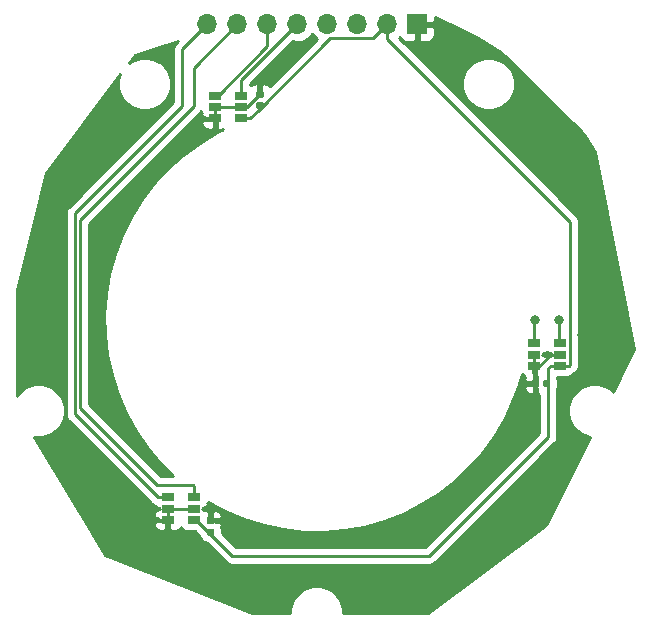
<source format=gbr>
G04 #@! TF.GenerationSoftware,KiCad,Pcbnew,5.0.2-bee76a0~70~ubuntu18.04.1*
G04 #@! TF.CreationDate,2019-08-19T12:56:06+02:00*
G04 #@! TF.ProjectId,roboy_3.0_40mm_ball_sensor,726f626f-795f-4332-9e30-5f34306d6d5f,rev?*
G04 #@! TF.SameCoordinates,Original*
G04 #@! TF.FileFunction,Copper,L1,Top*
G04 #@! TF.FilePolarity,Positive*
%FSLAX46Y46*%
G04 Gerber Fmt 4.6, Leading zero omitted, Abs format (unit mm)*
G04 Created by KiCad (PCBNEW 5.0.2-bee76a0~70~ubuntu18.04.1) date Mo 19 Aug 2019 12:56:06 CEST*
%MOMM*%
%LPD*%
G01*
G04 APERTURE LIST*
G04 #@! TA.AperFunction,SMDPad,CuDef*
%ADD10R,1.060000X0.650000*%
G04 #@! TD*
G04 #@! TA.AperFunction,ComponentPad*
%ADD11R,1.700000X1.700000*%
G04 #@! TD*
G04 #@! TA.AperFunction,ComponentPad*
%ADD12O,1.700000X1.700000*%
G04 #@! TD*
G04 #@! TA.AperFunction,Conductor*
%ADD13C,0.100000*%
G04 #@! TD*
G04 #@! TA.AperFunction,SMDPad,CuDef*
%ADD14C,0.590000*%
G04 #@! TD*
G04 #@! TA.AperFunction,ViaPad*
%ADD15C,0.800000*%
G04 #@! TD*
G04 #@! TA.AperFunction,Conductor*
%ADD16C,0.250000*%
G04 #@! TD*
G04 #@! TA.AperFunction,Conductor*
%ADD17C,0.254000*%
G04 #@! TD*
G04 APERTURE END LIST*
D10*
G04 #@! TO.P,U1,5*
G04 #@! TO.N,GND*
X181100000Y-102950000D03*
G04 #@! TO.P,U1,6*
G04 #@! TO.N,/SDA_0*
X181100000Y-102000000D03*
G04 #@! TO.P,U1,4*
G04 #@! TO.N,+3V3*
X181100000Y-103900000D03*
G04 #@! TO.P,U1,3*
G04 #@! TO.N,GND*
X178900000Y-103900000D03*
G04 #@! TO.P,U1,2*
X178900000Y-102950000D03*
G04 #@! TO.P,U1,1*
G04 #@! TO.N,/SCL_0*
X178900000Y-102000000D03*
G04 #@! TD*
G04 #@! TO.P,U2,1*
G04 #@! TO.N,/SCL_1*
X151900000Y-81050000D03*
G04 #@! TO.P,U2,2*
G04 #@! TO.N,GND*
X151900000Y-82000000D03*
G04 #@! TO.P,U2,3*
X151900000Y-82950000D03*
G04 #@! TO.P,U2,4*
G04 #@! TO.N,+3V3*
X154100000Y-82950000D03*
G04 #@! TO.P,U2,6*
G04 #@! TO.N,/SDA_1*
X154100000Y-81050000D03*
G04 #@! TO.P,U2,5*
G04 #@! TO.N,GND*
X154100000Y-82000000D03*
G04 #@! TD*
G04 #@! TO.P,U3,1*
G04 #@! TO.N,/SCL_2*
X147900000Y-115050000D03*
G04 #@! TO.P,U3,2*
G04 #@! TO.N,GND*
X147900000Y-116000000D03*
G04 #@! TO.P,U3,3*
X147900000Y-116950000D03*
G04 #@! TO.P,U3,4*
G04 #@! TO.N,+3V3*
X150100000Y-116950000D03*
G04 #@! TO.P,U3,6*
G04 #@! TO.N,/SDA_2*
X150100000Y-115050000D03*
G04 #@! TO.P,U3,5*
G04 #@! TO.N,GND*
X150100000Y-116000000D03*
G04 #@! TD*
D11*
G04 #@! TO.P,J1,1*
G04 #@! TO.N,GND*
X169000000Y-75000000D03*
D12*
G04 #@! TO.P,J1,2*
G04 #@! TO.N,+3V3*
X166460000Y-75000000D03*
G04 #@! TO.P,J1,3*
G04 #@! TO.N,/SDA_0*
X163920000Y-75000000D03*
G04 #@! TO.P,J1,4*
G04 #@! TO.N,/SCL_0*
X161380000Y-75000000D03*
G04 #@! TO.P,J1,5*
G04 #@! TO.N,/SDA_1*
X158840000Y-75000000D03*
G04 #@! TO.P,J1,6*
G04 #@! TO.N,/SCL_1*
X156300000Y-75000000D03*
G04 #@! TO.P,J1,7*
G04 #@! TO.N,/SDA_2*
X153760000Y-75000000D03*
G04 #@! TO.P,J1,8*
G04 #@! TO.N,/SCL_2*
X151220000Y-75000000D03*
G04 #@! TD*
D13*
G04 #@! TO.N,+3V3*
G04 #@! TO.C,C1*
G36*
X180146958Y-105080710D02*
X180161276Y-105082834D01*
X180175317Y-105086351D01*
X180188946Y-105091228D01*
X180202031Y-105097417D01*
X180214447Y-105104858D01*
X180226073Y-105113481D01*
X180236798Y-105123202D01*
X180246519Y-105133927D01*
X180255142Y-105145553D01*
X180262583Y-105157969D01*
X180268772Y-105171054D01*
X180273649Y-105184683D01*
X180277166Y-105198724D01*
X180279290Y-105213042D01*
X180280000Y-105227500D01*
X180280000Y-105572500D01*
X180279290Y-105586958D01*
X180277166Y-105601276D01*
X180273649Y-105615317D01*
X180268772Y-105628946D01*
X180262583Y-105642031D01*
X180255142Y-105654447D01*
X180246519Y-105666073D01*
X180236798Y-105676798D01*
X180226073Y-105686519D01*
X180214447Y-105695142D01*
X180202031Y-105702583D01*
X180188946Y-105708772D01*
X180175317Y-105713649D01*
X180161276Y-105717166D01*
X180146958Y-105719290D01*
X180132500Y-105720000D01*
X179837500Y-105720000D01*
X179823042Y-105719290D01*
X179808724Y-105717166D01*
X179794683Y-105713649D01*
X179781054Y-105708772D01*
X179767969Y-105702583D01*
X179755553Y-105695142D01*
X179743927Y-105686519D01*
X179733202Y-105676798D01*
X179723481Y-105666073D01*
X179714858Y-105654447D01*
X179707417Y-105642031D01*
X179701228Y-105628946D01*
X179696351Y-105615317D01*
X179692834Y-105601276D01*
X179690710Y-105586958D01*
X179690000Y-105572500D01*
X179690000Y-105227500D01*
X179690710Y-105213042D01*
X179692834Y-105198724D01*
X179696351Y-105184683D01*
X179701228Y-105171054D01*
X179707417Y-105157969D01*
X179714858Y-105145553D01*
X179723481Y-105133927D01*
X179733202Y-105123202D01*
X179743927Y-105113481D01*
X179755553Y-105104858D01*
X179767969Y-105097417D01*
X179781054Y-105091228D01*
X179794683Y-105086351D01*
X179808724Y-105082834D01*
X179823042Y-105080710D01*
X179837500Y-105080000D01*
X180132500Y-105080000D01*
X180146958Y-105080710D01*
X180146958Y-105080710D01*
G37*
D14*
G04 #@! TD*
G04 #@! TO.P,C1,1*
G04 #@! TO.N,+3V3*
X179985000Y-105400000D03*
D13*
G04 #@! TO.N,GND*
G04 #@! TO.C,C1*
G36*
X179176958Y-105080710D02*
X179191276Y-105082834D01*
X179205317Y-105086351D01*
X179218946Y-105091228D01*
X179232031Y-105097417D01*
X179244447Y-105104858D01*
X179256073Y-105113481D01*
X179266798Y-105123202D01*
X179276519Y-105133927D01*
X179285142Y-105145553D01*
X179292583Y-105157969D01*
X179298772Y-105171054D01*
X179303649Y-105184683D01*
X179307166Y-105198724D01*
X179309290Y-105213042D01*
X179310000Y-105227500D01*
X179310000Y-105572500D01*
X179309290Y-105586958D01*
X179307166Y-105601276D01*
X179303649Y-105615317D01*
X179298772Y-105628946D01*
X179292583Y-105642031D01*
X179285142Y-105654447D01*
X179276519Y-105666073D01*
X179266798Y-105676798D01*
X179256073Y-105686519D01*
X179244447Y-105695142D01*
X179232031Y-105702583D01*
X179218946Y-105708772D01*
X179205317Y-105713649D01*
X179191276Y-105717166D01*
X179176958Y-105719290D01*
X179162500Y-105720000D01*
X178867500Y-105720000D01*
X178853042Y-105719290D01*
X178838724Y-105717166D01*
X178824683Y-105713649D01*
X178811054Y-105708772D01*
X178797969Y-105702583D01*
X178785553Y-105695142D01*
X178773927Y-105686519D01*
X178763202Y-105676798D01*
X178753481Y-105666073D01*
X178744858Y-105654447D01*
X178737417Y-105642031D01*
X178731228Y-105628946D01*
X178726351Y-105615317D01*
X178722834Y-105601276D01*
X178720710Y-105586958D01*
X178720000Y-105572500D01*
X178720000Y-105227500D01*
X178720710Y-105213042D01*
X178722834Y-105198724D01*
X178726351Y-105184683D01*
X178731228Y-105171054D01*
X178737417Y-105157969D01*
X178744858Y-105145553D01*
X178753481Y-105133927D01*
X178763202Y-105123202D01*
X178773927Y-105113481D01*
X178785553Y-105104858D01*
X178797969Y-105097417D01*
X178811054Y-105091228D01*
X178824683Y-105086351D01*
X178838724Y-105082834D01*
X178853042Y-105080710D01*
X178867500Y-105080000D01*
X179162500Y-105080000D01*
X179176958Y-105080710D01*
X179176958Y-105080710D01*
G37*
D14*
G04 #@! TD*
G04 #@! TO.P,C1,2*
G04 #@! TO.N,GND*
X179015000Y-105400000D03*
D13*
G04 #@! TO.N,GND*
G04 #@! TO.C,C2*
G36*
X155886958Y-80620710D02*
X155901276Y-80622834D01*
X155915317Y-80626351D01*
X155928946Y-80631228D01*
X155942031Y-80637417D01*
X155954447Y-80644858D01*
X155966073Y-80653481D01*
X155976798Y-80663202D01*
X155986519Y-80673927D01*
X155995142Y-80685553D01*
X156002583Y-80697969D01*
X156008772Y-80711054D01*
X156013649Y-80724683D01*
X156017166Y-80738724D01*
X156019290Y-80753042D01*
X156020000Y-80767500D01*
X156020000Y-81062500D01*
X156019290Y-81076958D01*
X156017166Y-81091276D01*
X156013649Y-81105317D01*
X156008772Y-81118946D01*
X156002583Y-81132031D01*
X155995142Y-81144447D01*
X155986519Y-81156073D01*
X155976798Y-81166798D01*
X155966073Y-81176519D01*
X155954447Y-81185142D01*
X155942031Y-81192583D01*
X155928946Y-81198772D01*
X155915317Y-81203649D01*
X155901276Y-81207166D01*
X155886958Y-81209290D01*
X155872500Y-81210000D01*
X155527500Y-81210000D01*
X155513042Y-81209290D01*
X155498724Y-81207166D01*
X155484683Y-81203649D01*
X155471054Y-81198772D01*
X155457969Y-81192583D01*
X155445553Y-81185142D01*
X155433927Y-81176519D01*
X155423202Y-81166798D01*
X155413481Y-81156073D01*
X155404858Y-81144447D01*
X155397417Y-81132031D01*
X155391228Y-81118946D01*
X155386351Y-81105317D01*
X155382834Y-81091276D01*
X155380710Y-81076958D01*
X155380000Y-81062500D01*
X155380000Y-80767500D01*
X155380710Y-80753042D01*
X155382834Y-80738724D01*
X155386351Y-80724683D01*
X155391228Y-80711054D01*
X155397417Y-80697969D01*
X155404858Y-80685553D01*
X155413481Y-80673927D01*
X155423202Y-80663202D01*
X155433927Y-80653481D01*
X155445553Y-80644858D01*
X155457969Y-80637417D01*
X155471054Y-80631228D01*
X155484683Y-80626351D01*
X155498724Y-80622834D01*
X155513042Y-80620710D01*
X155527500Y-80620000D01*
X155872500Y-80620000D01*
X155886958Y-80620710D01*
X155886958Y-80620710D01*
G37*
D14*
G04 #@! TD*
G04 #@! TO.P,C2,2*
G04 #@! TO.N,GND*
X155700000Y-80915000D03*
D13*
G04 #@! TO.N,+3V3*
G04 #@! TO.C,C2*
G36*
X155886958Y-81590710D02*
X155901276Y-81592834D01*
X155915317Y-81596351D01*
X155928946Y-81601228D01*
X155942031Y-81607417D01*
X155954447Y-81614858D01*
X155966073Y-81623481D01*
X155976798Y-81633202D01*
X155986519Y-81643927D01*
X155995142Y-81655553D01*
X156002583Y-81667969D01*
X156008772Y-81681054D01*
X156013649Y-81694683D01*
X156017166Y-81708724D01*
X156019290Y-81723042D01*
X156020000Y-81737500D01*
X156020000Y-82032500D01*
X156019290Y-82046958D01*
X156017166Y-82061276D01*
X156013649Y-82075317D01*
X156008772Y-82088946D01*
X156002583Y-82102031D01*
X155995142Y-82114447D01*
X155986519Y-82126073D01*
X155976798Y-82136798D01*
X155966073Y-82146519D01*
X155954447Y-82155142D01*
X155942031Y-82162583D01*
X155928946Y-82168772D01*
X155915317Y-82173649D01*
X155901276Y-82177166D01*
X155886958Y-82179290D01*
X155872500Y-82180000D01*
X155527500Y-82180000D01*
X155513042Y-82179290D01*
X155498724Y-82177166D01*
X155484683Y-82173649D01*
X155471054Y-82168772D01*
X155457969Y-82162583D01*
X155445553Y-82155142D01*
X155433927Y-82146519D01*
X155423202Y-82136798D01*
X155413481Y-82126073D01*
X155404858Y-82114447D01*
X155397417Y-82102031D01*
X155391228Y-82088946D01*
X155386351Y-82075317D01*
X155382834Y-82061276D01*
X155380710Y-82046958D01*
X155380000Y-82032500D01*
X155380000Y-81737500D01*
X155380710Y-81723042D01*
X155382834Y-81708724D01*
X155386351Y-81694683D01*
X155391228Y-81681054D01*
X155397417Y-81667969D01*
X155404858Y-81655553D01*
X155413481Y-81643927D01*
X155423202Y-81633202D01*
X155433927Y-81623481D01*
X155445553Y-81614858D01*
X155457969Y-81607417D01*
X155471054Y-81601228D01*
X155484683Y-81596351D01*
X155498724Y-81592834D01*
X155513042Y-81590710D01*
X155527500Y-81590000D01*
X155872500Y-81590000D01*
X155886958Y-81590710D01*
X155886958Y-81590710D01*
G37*
D14*
G04 #@! TD*
G04 #@! TO.P,C2,1*
G04 #@! TO.N,+3V3*
X155700000Y-81885000D03*
D13*
G04 #@! TO.N,+3V3*
G04 #@! TO.C,C3*
G36*
X151686958Y-117690710D02*
X151701276Y-117692834D01*
X151715317Y-117696351D01*
X151728946Y-117701228D01*
X151742031Y-117707417D01*
X151754447Y-117714858D01*
X151766073Y-117723481D01*
X151776798Y-117733202D01*
X151786519Y-117743927D01*
X151795142Y-117755553D01*
X151802583Y-117767969D01*
X151808772Y-117781054D01*
X151813649Y-117794683D01*
X151817166Y-117808724D01*
X151819290Y-117823042D01*
X151820000Y-117837500D01*
X151820000Y-118132500D01*
X151819290Y-118146958D01*
X151817166Y-118161276D01*
X151813649Y-118175317D01*
X151808772Y-118188946D01*
X151802583Y-118202031D01*
X151795142Y-118214447D01*
X151786519Y-118226073D01*
X151776798Y-118236798D01*
X151766073Y-118246519D01*
X151754447Y-118255142D01*
X151742031Y-118262583D01*
X151728946Y-118268772D01*
X151715317Y-118273649D01*
X151701276Y-118277166D01*
X151686958Y-118279290D01*
X151672500Y-118280000D01*
X151327500Y-118280000D01*
X151313042Y-118279290D01*
X151298724Y-118277166D01*
X151284683Y-118273649D01*
X151271054Y-118268772D01*
X151257969Y-118262583D01*
X151245553Y-118255142D01*
X151233927Y-118246519D01*
X151223202Y-118236798D01*
X151213481Y-118226073D01*
X151204858Y-118214447D01*
X151197417Y-118202031D01*
X151191228Y-118188946D01*
X151186351Y-118175317D01*
X151182834Y-118161276D01*
X151180710Y-118146958D01*
X151180000Y-118132500D01*
X151180000Y-117837500D01*
X151180710Y-117823042D01*
X151182834Y-117808724D01*
X151186351Y-117794683D01*
X151191228Y-117781054D01*
X151197417Y-117767969D01*
X151204858Y-117755553D01*
X151213481Y-117743927D01*
X151223202Y-117733202D01*
X151233927Y-117723481D01*
X151245553Y-117714858D01*
X151257969Y-117707417D01*
X151271054Y-117701228D01*
X151284683Y-117696351D01*
X151298724Y-117692834D01*
X151313042Y-117690710D01*
X151327500Y-117690000D01*
X151672500Y-117690000D01*
X151686958Y-117690710D01*
X151686958Y-117690710D01*
G37*
D14*
G04 #@! TD*
G04 #@! TO.P,C3,1*
G04 #@! TO.N,+3V3*
X151500000Y-117985000D03*
D13*
G04 #@! TO.N,GND*
G04 #@! TO.C,C3*
G36*
X151686958Y-116720710D02*
X151701276Y-116722834D01*
X151715317Y-116726351D01*
X151728946Y-116731228D01*
X151742031Y-116737417D01*
X151754447Y-116744858D01*
X151766073Y-116753481D01*
X151776798Y-116763202D01*
X151786519Y-116773927D01*
X151795142Y-116785553D01*
X151802583Y-116797969D01*
X151808772Y-116811054D01*
X151813649Y-116824683D01*
X151817166Y-116838724D01*
X151819290Y-116853042D01*
X151820000Y-116867500D01*
X151820000Y-117162500D01*
X151819290Y-117176958D01*
X151817166Y-117191276D01*
X151813649Y-117205317D01*
X151808772Y-117218946D01*
X151802583Y-117232031D01*
X151795142Y-117244447D01*
X151786519Y-117256073D01*
X151776798Y-117266798D01*
X151766073Y-117276519D01*
X151754447Y-117285142D01*
X151742031Y-117292583D01*
X151728946Y-117298772D01*
X151715317Y-117303649D01*
X151701276Y-117307166D01*
X151686958Y-117309290D01*
X151672500Y-117310000D01*
X151327500Y-117310000D01*
X151313042Y-117309290D01*
X151298724Y-117307166D01*
X151284683Y-117303649D01*
X151271054Y-117298772D01*
X151257969Y-117292583D01*
X151245553Y-117285142D01*
X151233927Y-117276519D01*
X151223202Y-117266798D01*
X151213481Y-117256073D01*
X151204858Y-117244447D01*
X151197417Y-117232031D01*
X151191228Y-117218946D01*
X151186351Y-117205317D01*
X151182834Y-117191276D01*
X151180710Y-117176958D01*
X151180000Y-117162500D01*
X151180000Y-116867500D01*
X151180710Y-116853042D01*
X151182834Y-116838724D01*
X151186351Y-116824683D01*
X151191228Y-116811054D01*
X151197417Y-116797969D01*
X151204858Y-116785553D01*
X151213481Y-116773927D01*
X151223202Y-116763202D01*
X151233927Y-116753481D01*
X151245553Y-116744858D01*
X151257969Y-116737417D01*
X151271054Y-116731228D01*
X151284683Y-116726351D01*
X151298724Y-116722834D01*
X151313042Y-116720710D01*
X151327500Y-116720000D01*
X151672500Y-116720000D01*
X151686958Y-116720710D01*
X151686958Y-116720710D01*
G37*
D14*
G04 #@! TD*
G04 #@! TO.P,C3,2*
G04 #@! TO.N,GND*
X151500000Y-117015000D03*
D15*
G04 #@! TO.N,GND*
X183000000Y-101300000D03*
X178300000Y-107200000D03*
X148700000Y-86000000D03*
X142400000Y-85700000D03*
X143800000Y-116100000D03*
X153800000Y-117900000D03*
G04 #@! TO.N,/SCL_0*
X179000000Y-100000000D03*
G04 #@! TO.N,/SDA_0*
X181000000Y-100000000D03*
G04 #@! TD*
D16*
G04 #@! TO.N,GND*
X180320000Y-102950000D02*
X179270000Y-104000000D01*
X181100000Y-102950000D02*
X180320000Y-102950000D01*
X179000000Y-104000000D02*
X178900000Y-103900000D01*
X179270000Y-104000000D02*
X179000000Y-104000000D01*
X178900000Y-102950000D02*
X178900000Y-103900000D01*
X150100000Y-116000000D02*
X147900000Y-116000000D01*
X147900000Y-116000000D02*
X147900000Y-116950000D01*
X154100000Y-82000000D02*
X151900000Y-82000000D01*
X151900000Y-82000000D02*
X151900000Y-82950000D01*
X154590002Y-82000000D02*
X154100000Y-82000000D01*
X155340834Y-81249168D02*
X154590002Y-82000000D01*
X155365832Y-81249168D02*
X155340834Y-81249168D01*
X155700000Y-80915000D02*
X155365832Y-81249168D01*
G04 #@! TO.N,+3V3*
X165610001Y-75849999D02*
X166460000Y-75000000D01*
X161654999Y-76175001D02*
X165284999Y-76175001D01*
X165284999Y-76175001D02*
X165610001Y-75849999D01*
X154100000Y-82950000D02*
X154880000Y-82950000D01*
X181100000Y-103900000D02*
X180320000Y-103900000D01*
X150305000Y-116950000D02*
X153355000Y-120000000D01*
X150100000Y-116950000D02*
X150305000Y-116950000D01*
X153355000Y-120000000D02*
X170000000Y-120000000D01*
X170000000Y-120000000D02*
X180110000Y-109890000D01*
X180110000Y-109890000D02*
X180110000Y-104110000D01*
X180320000Y-103900000D02*
X180110000Y-104110000D01*
X155700000Y-82130000D02*
X155600000Y-82230000D01*
X154880000Y-82950000D02*
X155600000Y-82230000D01*
X155700000Y-81885000D02*
X155700000Y-82130000D01*
X155600000Y-82230000D02*
X161654999Y-76175001D01*
X181880000Y-103900000D02*
X181100000Y-103900000D01*
X181955001Y-103824999D02*
X181880000Y-103900000D01*
X181955001Y-91697082D02*
X181955001Y-103824999D01*
X166460000Y-76202081D02*
X181955001Y-91697082D01*
X166460000Y-75000000D02*
X166460000Y-76202081D01*
G04 #@! TO.N,/SCL_0*
X178900000Y-102000000D02*
X178900000Y-100100000D01*
X178900000Y-100100000D02*
X179000000Y-100000000D01*
G04 #@! TO.N,/SDA_0*
X181000000Y-101900000D02*
X181100000Y-102000000D01*
X181000000Y-100000000D02*
X181000000Y-101900000D01*
G04 #@! TO.N,/SCL_1*
X152105000Y-81050000D02*
X151900000Y-81050000D01*
X156300000Y-76855000D02*
X152105000Y-81050000D01*
X156300000Y-75000000D02*
X156300000Y-76855000D01*
G04 #@! TO.N,/SDA_1*
X154100000Y-79740000D02*
X154100000Y-81050000D01*
X158840000Y-75000000D02*
X154100000Y-79740000D01*
G04 #@! TO.N,/SCL_2*
X147050000Y-115050000D02*
X147900000Y-115050000D01*
X140000000Y-108000000D02*
X147050000Y-115050000D01*
X140000000Y-91000000D02*
X140000000Y-108000000D01*
X149110000Y-81890000D02*
X140000000Y-91000000D01*
X151220000Y-75000000D02*
X149110000Y-77110000D01*
X149110000Y-77110000D02*
X149110000Y-81890000D01*
G04 #@! TO.N,/SDA_2*
X150100000Y-78660000D02*
X153760000Y-75000000D01*
X150100000Y-81900000D02*
X150100000Y-78660000D01*
X150100000Y-115050000D02*
X150100000Y-114100000D01*
X150000000Y-114000000D02*
X147000000Y-114000000D01*
X140450010Y-107450010D02*
X140450010Y-91549990D01*
X150100000Y-114100000D02*
X150000000Y-114000000D01*
X147000000Y-114000000D02*
X140450010Y-107450010D01*
X140450010Y-91549990D02*
X150100000Y-81900000D01*
G04 #@! TD*
D17*
G04 #@! TO.N,GND*
G36*
X172334750Y-75187931D02*
X174161814Y-76145128D01*
X175911966Y-77236621D01*
X176455691Y-77635297D01*
X182875512Y-84055118D01*
X183182370Y-84469057D01*
X184034360Y-85819379D01*
X187366920Y-102482179D01*
X185567123Y-106081773D01*
X185465755Y-105980405D01*
X185099695Y-105735812D01*
X184692951Y-105567333D01*
X184261154Y-105481443D01*
X183820898Y-105481443D01*
X183389101Y-105567333D01*
X182982357Y-105735812D01*
X182616297Y-105980405D01*
X182304988Y-106291714D01*
X182060395Y-106657774D01*
X181891916Y-107064518D01*
X181806026Y-107496315D01*
X181806026Y-107936571D01*
X181891916Y-108368368D01*
X182060395Y-108775112D01*
X182304988Y-109141172D01*
X182616297Y-109452481D01*
X182982357Y-109697074D01*
X183389101Y-109865553D01*
X183649350Y-109917320D01*
X179899816Y-117416388D01*
X169957667Y-124873000D01*
X162735000Y-124873000D01*
X162735000Y-124599872D01*
X162649110Y-124168075D01*
X162480631Y-123761331D01*
X162236038Y-123395271D01*
X161924729Y-123083962D01*
X161558669Y-122839369D01*
X161151925Y-122670890D01*
X160720128Y-122585000D01*
X160279872Y-122585000D01*
X159848075Y-122670890D01*
X159441331Y-122839369D01*
X159075271Y-123083962D01*
X158763962Y-123395271D01*
X158519369Y-123761331D01*
X158350890Y-124168075D01*
X158265000Y-124599872D01*
X158265000Y-124873000D01*
X155024459Y-124873000D01*
X142586890Y-119897972D01*
X140989557Y-117235750D01*
X146735000Y-117235750D01*
X146735000Y-117337542D01*
X146759403Y-117460223D01*
X146807270Y-117575785D01*
X146876763Y-117679789D01*
X146965211Y-117768237D01*
X147069215Y-117837730D01*
X147184777Y-117885597D01*
X147307458Y-117910000D01*
X147614250Y-117910000D01*
X147773000Y-117751250D01*
X147773000Y-117077000D01*
X146893750Y-117077000D01*
X146735000Y-117235750D01*
X140989557Y-117235750D01*
X136602727Y-109924367D01*
X136738846Y-109951443D01*
X137179102Y-109951443D01*
X137610899Y-109865553D01*
X138017643Y-109697074D01*
X138383703Y-109452481D01*
X138695012Y-109141172D01*
X138939605Y-108775112D01*
X139108084Y-108368368D01*
X139193974Y-107936571D01*
X139193974Y-107496315D01*
X139108084Y-107064518D01*
X138939605Y-106657774D01*
X138695012Y-106291714D01*
X138383703Y-105980405D01*
X138017643Y-105735812D01*
X137610899Y-105567333D01*
X137179102Y-105481443D01*
X136738846Y-105481443D01*
X136307049Y-105567333D01*
X135900305Y-105735812D01*
X135534245Y-105980405D01*
X135222936Y-106291714D01*
X135127000Y-106435293D01*
X135127000Y-97515634D01*
X137616988Y-87555683D01*
X143876702Y-79209398D01*
X143801736Y-79390382D01*
X143715846Y-79822179D01*
X143715846Y-80262435D01*
X143801736Y-80694232D01*
X143970215Y-81100976D01*
X144214808Y-81467036D01*
X144526117Y-81778345D01*
X144892177Y-82022938D01*
X145298921Y-82191417D01*
X145730718Y-82277307D01*
X146170974Y-82277307D01*
X146602771Y-82191417D01*
X147009515Y-82022938D01*
X147375575Y-81778345D01*
X147686884Y-81467036D01*
X147931477Y-81100976D01*
X148099956Y-80694232D01*
X148185846Y-80262435D01*
X148185846Y-79822179D01*
X148099956Y-79390382D01*
X147931477Y-78983638D01*
X147686884Y-78617578D01*
X147375575Y-78306269D01*
X147009515Y-78061676D01*
X146602771Y-77893197D01*
X146170974Y-77807307D01*
X145730718Y-77807307D01*
X145298921Y-77893197D01*
X144892177Y-78061676D01*
X144582107Y-78268858D01*
X145077797Y-77607938D01*
X148766993Y-76378206D01*
X148599003Y-76546196D01*
X148569999Y-76569999D01*
X148523748Y-76626357D01*
X148475026Y-76685724D01*
X148446656Y-76738800D01*
X148404454Y-76817754D01*
X148360997Y-76961015D01*
X148350000Y-77072668D01*
X148350000Y-77072678D01*
X148346324Y-77110000D01*
X148350000Y-77147323D01*
X148350001Y-81575197D01*
X139489003Y-90436196D01*
X139459999Y-90459999D01*
X139404871Y-90527174D01*
X139365026Y-90575724D01*
X139294455Y-90707753D01*
X139294454Y-90707754D01*
X139250997Y-90851015D01*
X139240000Y-90962668D01*
X139240000Y-90962678D01*
X139236324Y-91000000D01*
X139240000Y-91037322D01*
X139240001Y-107962667D01*
X139236324Y-108000000D01*
X139250998Y-108148985D01*
X139294454Y-108292246D01*
X139365026Y-108424276D01*
X139436201Y-108511002D01*
X139460000Y-108540001D01*
X139488998Y-108563799D01*
X146486201Y-115561003D01*
X146509999Y-115590001D01*
X146538997Y-115613799D01*
X146625724Y-115684974D01*
X146757753Y-115755546D01*
X146784370Y-115763620D01*
X146893750Y-115873000D01*
X146975859Y-115873000D01*
X147015506Y-115905537D01*
X147125820Y-115964502D01*
X147245518Y-116000812D01*
X147250591Y-116001312D01*
X147184777Y-116014403D01*
X147069215Y-116062270D01*
X146972339Y-116127000D01*
X146893750Y-116127000D01*
X146735000Y-116285750D01*
X146735000Y-116387542D01*
X146752397Y-116475000D01*
X146735000Y-116562458D01*
X146735000Y-116664250D01*
X146893750Y-116823000D01*
X146972339Y-116823000D01*
X147069215Y-116887730D01*
X147184777Y-116935597D01*
X147307458Y-116960000D01*
X147614250Y-116960000D01*
X147751250Y-116823000D01*
X147773000Y-116823000D01*
X147773000Y-116803000D01*
X148027000Y-116803000D01*
X148027000Y-116823000D01*
X148047000Y-116823000D01*
X148047000Y-117077000D01*
X148027000Y-117077000D01*
X148027000Y-117751250D01*
X148185750Y-117910000D01*
X148492542Y-117910000D01*
X148615223Y-117885597D01*
X148730785Y-117837730D01*
X148834789Y-117768237D01*
X148923237Y-117679789D01*
X148992730Y-117575785D01*
X149000599Y-117556786D01*
X149039463Y-117629494D01*
X149118815Y-117726185D01*
X149215506Y-117805537D01*
X149325820Y-117864502D01*
X149445518Y-117900812D01*
X149570000Y-117913072D01*
X150193271Y-117913072D01*
X150556047Y-118275848D01*
X150557023Y-118285757D01*
X150601726Y-118433125D01*
X150674321Y-118568940D01*
X150772017Y-118687983D01*
X150891060Y-118785679D01*
X151026875Y-118858274D01*
X151174243Y-118902977D01*
X151184151Y-118903953D01*
X152791201Y-120511003D01*
X152814999Y-120540001D01*
X152930724Y-120634974D01*
X153062753Y-120705546D01*
X153206014Y-120749003D01*
X153317667Y-120760000D01*
X153317676Y-120760000D01*
X153354999Y-120763676D01*
X153392322Y-120760000D01*
X169962678Y-120760000D01*
X170000000Y-120763676D01*
X170037322Y-120760000D01*
X170037333Y-120760000D01*
X170148986Y-120749003D01*
X170292247Y-120705546D01*
X170424276Y-120634974D01*
X170540001Y-120540001D01*
X170563804Y-120510997D01*
X180621004Y-110453798D01*
X180650001Y-110430001D01*
X180676332Y-110397917D01*
X180744974Y-110314277D01*
X180815546Y-110182247D01*
X180815546Y-110182246D01*
X180859003Y-110038986D01*
X180870000Y-109927333D01*
X180870000Y-109927324D01*
X180873676Y-109890001D01*
X180870000Y-109852678D01*
X180870000Y-105834469D01*
X180902977Y-105725757D01*
X180918072Y-105572500D01*
X180918072Y-105227500D01*
X180902977Y-105074243D01*
X180870000Y-104965531D01*
X180870000Y-104863072D01*
X181630000Y-104863072D01*
X181754482Y-104850812D01*
X181874180Y-104814502D01*
X181984494Y-104755537D01*
X182081185Y-104676185D01*
X182128189Y-104618911D01*
X182172247Y-104605546D01*
X182304276Y-104534974D01*
X182420001Y-104440001D01*
X182443802Y-104411000D01*
X182466002Y-104388800D01*
X182495002Y-104365000D01*
X182589975Y-104249275D01*
X182660547Y-104117246D01*
X182704004Y-103973985D01*
X182715001Y-103862332D01*
X182715001Y-103862322D01*
X182718677Y-103825000D01*
X182715001Y-103787677D01*
X182715001Y-91734415D01*
X182718678Y-91697082D01*
X182704004Y-91548096D01*
X182660547Y-91404835D01*
X182589975Y-91272806D01*
X182518800Y-91186079D01*
X182495002Y-91157081D01*
X182466005Y-91133284D01*
X171154900Y-79822179D01*
X172814154Y-79822179D01*
X172814154Y-80262435D01*
X172900044Y-80694232D01*
X173068523Y-81100976D01*
X173313116Y-81467036D01*
X173624425Y-81778345D01*
X173990485Y-82022938D01*
X174397229Y-82191417D01*
X174829026Y-82277307D01*
X175269282Y-82277307D01*
X175701079Y-82191417D01*
X176107823Y-82022938D01*
X176473883Y-81778345D01*
X176785192Y-81467036D01*
X177029785Y-81100976D01*
X177198264Y-80694232D01*
X177284154Y-80262435D01*
X177284154Y-79822179D01*
X177198264Y-79390382D01*
X177029785Y-78983638D01*
X176785192Y-78617578D01*
X176473883Y-78306269D01*
X176107823Y-78061676D01*
X175701079Y-77893197D01*
X175269282Y-77807307D01*
X174829026Y-77807307D01*
X174397229Y-77893197D01*
X173990485Y-78061676D01*
X173624425Y-78306269D01*
X173313116Y-78617578D01*
X173068523Y-78983638D01*
X172900044Y-79390382D01*
X172814154Y-79822179D01*
X171154900Y-79822179D01*
X167445226Y-76112506D01*
X167515134Y-76055134D01*
X167537856Y-76027447D01*
X167539403Y-76035223D01*
X167587270Y-76150785D01*
X167656763Y-76254789D01*
X167745211Y-76343237D01*
X167849215Y-76412730D01*
X167964777Y-76460597D01*
X168087458Y-76485000D01*
X168714250Y-76485000D01*
X168873000Y-76326250D01*
X168873000Y-75127000D01*
X169127000Y-75127000D01*
X169127000Y-76326250D01*
X169285750Y-76485000D01*
X169912542Y-76485000D01*
X170035223Y-76460597D01*
X170150785Y-76412730D01*
X170254789Y-76343237D01*
X170343237Y-76254789D01*
X170412730Y-76150785D01*
X170460597Y-76035223D01*
X170485000Y-75912542D01*
X170485000Y-75285750D01*
X170326250Y-75127000D01*
X169127000Y-75127000D01*
X168873000Y-75127000D01*
X168853000Y-75127000D01*
X168853000Y-74873000D01*
X168873000Y-74873000D01*
X168873000Y-74853000D01*
X169127000Y-74853000D01*
X169127000Y-74873000D01*
X170326250Y-74873000D01*
X170485000Y-74714250D01*
X170485000Y-74389388D01*
X172334750Y-75187931D01*
X172334750Y-75187931D01*
G37*
X172334750Y-75187931D02*
X174161814Y-76145128D01*
X175911966Y-77236621D01*
X176455691Y-77635297D01*
X182875512Y-84055118D01*
X183182370Y-84469057D01*
X184034360Y-85819379D01*
X187366920Y-102482179D01*
X185567123Y-106081773D01*
X185465755Y-105980405D01*
X185099695Y-105735812D01*
X184692951Y-105567333D01*
X184261154Y-105481443D01*
X183820898Y-105481443D01*
X183389101Y-105567333D01*
X182982357Y-105735812D01*
X182616297Y-105980405D01*
X182304988Y-106291714D01*
X182060395Y-106657774D01*
X181891916Y-107064518D01*
X181806026Y-107496315D01*
X181806026Y-107936571D01*
X181891916Y-108368368D01*
X182060395Y-108775112D01*
X182304988Y-109141172D01*
X182616297Y-109452481D01*
X182982357Y-109697074D01*
X183389101Y-109865553D01*
X183649350Y-109917320D01*
X179899816Y-117416388D01*
X169957667Y-124873000D01*
X162735000Y-124873000D01*
X162735000Y-124599872D01*
X162649110Y-124168075D01*
X162480631Y-123761331D01*
X162236038Y-123395271D01*
X161924729Y-123083962D01*
X161558669Y-122839369D01*
X161151925Y-122670890D01*
X160720128Y-122585000D01*
X160279872Y-122585000D01*
X159848075Y-122670890D01*
X159441331Y-122839369D01*
X159075271Y-123083962D01*
X158763962Y-123395271D01*
X158519369Y-123761331D01*
X158350890Y-124168075D01*
X158265000Y-124599872D01*
X158265000Y-124873000D01*
X155024459Y-124873000D01*
X142586890Y-119897972D01*
X140989557Y-117235750D01*
X146735000Y-117235750D01*
X146735000Y-117337542D01*
X146759403Y-117460223D01*
X146807270Y-117575785D01*
X146876763Y-117679789D01*
X146965211Y-117768237D01*
X147069215Y-117837730D01*
X147184777Y-117885597D01*
X147307458Y-117910000D01*
X147614250Y-117910000D01*
X147773000Y-117751250D01*
X147773000Y-117077000D01*
X146893750Y-117077000D01*
X146735000Y-117235750D01*
X140989557Y-117235750D01*
X136602727Y-109924367D01*
X136738846Y-109951443D01*
X137179102Y-109951443D01*
X137610899Y-109865553D01*
X138017643Y-109697074D01*
X138383703Y-109452481D01*
X138695012Y-109141172D01*
X138939605Y-108775112D01*
X139108084Y-108368368D01*
X139193974Y-107936571D01*
X139193974Y-107496315D01*
X139108084Y-107064518D01*
X138939605Y-106657774D01*
X138695012Y-106291714D01*
X138383703Y-105980405D01*
X138017643Y-105735812D01*
X137610899Y-105567333D01*
X137179102Y-105481443D01*
X136738846Y-105481443D01*
X136307049Y-105567333D01*
X135900305Y-105735812D01*
X135534245Y-105980405D01*
X135222936Y-106291714D01*
X135127000Y-106435293D01*
X135127000Y-97515634D01*
X137616988Y-87555683D01*
X143876702Y-79209398D01*
X143801736Y-79390382D01*
X143715846Y-79822179D01*
X143715846Y-80262435D01*
X143801736Y-80694232D01*
X143970215Y-81100976D01*
X144214808Y-81467036D01*
X144526117Y-81778345D01*
X144892177Y-82022938D01*
X145298921Y-82191417D01*
X145730718Y-82277307D01*
X146170974Y-82277307D01*
X146602771Y-82191417D01*
X147009515Y-82022938D01*
X147375575Y-81778345D01*
X147686884Y-81467036D01*
X147931477Y-81100976D01*
X148099956Y-80694232D01*
X148185846Y-80262435D01*
X148185846Y-79822179D01*
X148099956Y-79390382D01*
X147931477Y-78983638D01*
X147686884Y-78617578D01*
X147375575Y-78306269D01*
X147009515Y-78061676D01*
X146602771Y-77893197D01*
X146170974Y-77807307D01*
X145730718Y-77807307D01*
X145298921Y-77893197D01*
X144892177Y-78061676D01*
X144582107Y-78268858D01*
X145077797Y-77607938D01*
X148766993Y-76378206D01*
X148599003Y-76546196D01*
X148569999Y-76569999D01*
X148523748Y-76626357D01*
X148475026Y-76685724D01*
X148446656Y-76738800D01*
X148404454Y-76817754D01*
X148360997Y-76961015D01*
X148350000Y-77072668D01*
X148350000Y-77072678D01*
X148346324Y-77110000D01*
X148350000Y-77147323D01*
X148350001Y-81575197D01*
X139489003Y-90436196D01*
X139459999Y-90459999D01*
X139404871Y-90527174D01*
X139365026Y-90575724D01*
X139294455Y-90707753D01*
X139294454Y-90707754D01*
X139250997Y-90851015D01*
X139240000Y-90962668D01*
X139240000Y-90962678D01*
X139236324Y-91000000D01*
X139240000Y-91037322D01*
X139240001Y-107962667D01*
X139236324Y-108000000D01*
X139250998Y-108148985D01*
X139294454Y-108292246D01*
X139365026Y-108424276D01*
X139436201Y-108511002D01*
X139460000Y-108540001D01*
X139488998Y-108563799D01*
X146486201Y-115561003D01*
X146509999Y-115590001D01*
X146538997Y-115613799D01*
X146625724Y-115684974D01*
X146757753Y-115755546D01*
X146784370Y-115763620D01*
X146893750Y-115873000D01*
X146975859Y-115873000D01*
X147015506Y-115905537D01*
X147125820Y-115964502D01*
X147245518Y-116000812D01*
X147250591Y-116001312D01*
X147184777Y-116014403D01*
X147069215Y-116062270D01*
X146972339Y-116127000D01*
X146893750Y-116127000D01*
X146735000Y-116285750D01*
X146735000Y-116387542D01*
X146752397Y-116475000D01*
X146735000Y-116562458D01*
X146735000Y-116664250D01*
X146893750Y-116823000D01*
X146972339Y-116823000D01*
X147069215Y-116887730D01*
X147184777Y-116935597D01*
X147307458Y-116960000D01*
X147614250Y-116960000D01*
X147751250Y-116823000D01*
X147773000Y-116823000D01*
X147773000Y-116803000D01*
X148027000Y-116803000D01*
X148027000Y-116823000D01*
X148047000Y-116823000D01*
X148047000Y-117077000D01*
X148027000Y-117077000D01*
X148027000Y-117751250D01*
X148185750Y-117910000D01*
X148492542Y-117910000D01*
X148615223Y-117885597D01*
X148730785Y-117837730D01*
X148834789Y-117768237D01*
X148923237Y-117679789D01*
X148992730Y-117575785D01*
X149000599Y-117556786D01*
X149039463Y-117629494D01*
X149118815Y-117726185D01*
X149215506Y-117805537D01*
X149325820Y-117864502D01*
X149445518Y-117900812D01*
X149570000Y-117913072D01*
X150193271Y-117913072D01*
X150556047Y-118275848D01*
X150557023Y-118285757D01*
X150601726Y-118433125D01*
X150674321Y-118568940D01*
X150772017Y-118687983D01*
X150891060Y-118785679D01*
X151026875Y-118858274D01*
X151174243Y-118902977D01*
X151184151Y-118903953D01*
X152791201Y-120511003D01*
X152814999Y-120540001D01*
X152930724Y-120634974D01*
X153062753Y-120705546D01*
X153206014Y-120749003D01*
X153317667Y-120760000D01*
X153317676Y-120760000D01*
X153354999Y-120763676D01*
X153392322Y-120760000D01*
X169962678Y-120760000D01*
X170000000Y-120763676D01*
X170037322Y-120760000D01*
X170037333Y-120760000D01*
X170148986Y-120749003D01*
X170292247Y-120705546D01*
X170424276Y-120634974D01*
X170540001Y-120540001D01*
X170563804Y-120510997D01*
X180621004Y-110453798D01*
X180650001Y-110430001D01*
X180676332Y-110397917D01*
X180744974Y-110314277D01*
X180815546Y-110182247D01*
X180815546Y-110182246D01*
X180859003Y-110038986D01*
X180870000Y-109927333D01*
X180870000Y-109927324D01*
X180873676Y-109890001D01*
X180870000Y-109852678D01*
X180870000Y-105834469D01*
X180902977Y-105725757D01*
X180918072Y-105572500D01*
X180918072Y-105227500D01*
X180902977Y-105074243D01*
X180870000Y-104965531D01*
X180870000Y-104863072D01*
X181630000Y-104863072D01*
X181754482Y-104850812D01*
X181874180Y-104814502D01*
X181984494Y-104755537D01*
X182081185Y-104676185D01*
X182128189Y-104618911D01*
X182172247Y-104605546D01*
X182304276Y-104534974D01*
X182420001Y-104440001D01*
X182443802Y-104411000D01*
X182466002Y-104388800D01*
X182495002Y-104365000D01*
X182589975Y-104249275D01*
X182660547Y-104117246D01*
X182704004Y-103973985D01*
X182715001Y-103862332D01*
X182715001Y-103862322D01*
X182718677Y-103825000D01*
X182715001Y-103787677D01*
X182715001Y-91734415D01*
X182718678Y-91697082D01*
X182704004Y-91548096D01*
X182660547Y-91404835D01*
X182589975Y-91272806D01*
X182518800Y-91186079D01*
X182495002Y-91157081D01*
X182466005Y-91133284D01*
X171154900Y-79822179D01*
X172814154Y-79822179D01*
X172814154Y-80262435D01*
X172900044Y-80694232D01*
X173068523Y-81100976D01*
X173313116Y-81467036D01*
X173624425Y-81778345D01*
X173990485Y-82022938D01*
X174397229Y-82191417D01*
X174829026Y-82277307D01*
X175269282Y-82277307D01*
X175701079Y-82191417D01*
X176107823Y-82022938D01*
X176473883Y-81778345D01*
X176785192Y-81467036D01*
X177029785Y-81100976D01*
X177198264Y-80694232D01*
X177284154Y-80262435D01*
X177284154Y-79822179D01*
X177198264Y-79390382D01*
X177029785Y-78983638D01*
X176785192Y-78617578D01*
X176473883Y-78306269D01*
X176107823Y-78061676D01*
X175701079Y-77893197D01*
X175269282Y-77807307D01*
X174829026Y-77807307D01*
X174397229Y-77893197D01*
X173990485Y-78061676D01*
X173624425Y-78306269D01*
X173313116Y-78617578D01*
X173068523Y-78983638D01*
X172900044Y-79390382D01*
X172814154Y-79822179D01*
X171154900Y-79822179D01*
X167445226Y-76112506D01*
X167515134Y-76055134D01*
X167537856Y-76027447D01*
X167539403Y-76035223D01*
X167587270Y-76150785D01*
X167656763Y-76254789D01*
X167745211Y-76343237D01*
X167849215Y-76412730D01*
X167964777Y-76460597D01*
X168087458Y-76485000D01*
X168714250Y-76485000D01*
X168873000Y-76326250D01*
X168873000Y-75127000D01*
X169127000Y-75127000D01*
X169127000Y-76326250D01*
X169285750Y-76485000D01*
X169912542Y-76485000D01*
X170035223Y-76460597D01*
X170150785Y-76412730D01*
X170254789Y-76343237D01*
X170343237Y-76254789D01*
X170412730Y-76150785D01*
X170460597Y-76035223D01*
X170485000Y-75912542D01*
X170485000Y-75285750D01*
X170326250Y-75127000D01*
X169127000Y-75127000D01*
X168873000Y-75127000D01*
X168853000Y-75127000D01*
X168853000Y-74873000D01*
X168873000Y-74873000D01*
X168873000Y-74853000D01*
X169127000Y-74853000D01*
X169127000Y-74873000D01*
X170326250Y-74873000D01*
X170485000Y-74714250D01*
X170485000Y-74389388D01*
X172334750Y-75187931D01*
G36*
X179027000Y-103773000D02*
X179047000Y-103773000D01*
X179047000Y-104027000D01*
X179027000Y-104027000D01*
X179027000Y-104701250D01*
X179142000Y-104816250D01*
X179142000Y-104870237D01*
X179111726Y-104926875D01*
X179067023Y-105074243D01*
X179051928Y-105227500D01*
X179051928Y-105572500D01*
X179067023Y-105725757D01*
X179111726Y-105873125D01*
X179142000Y-105929763D01*
X179142000Y-106196250D01*
X179300750Y-106355000D01*
X179350001Y-106355000D01*
X179350000Y-109575198D01*
X169685199Y-119240000D01*
X153669802Y-119240000D01*
X152458072Y-118028270D01*
X152458072Y-117837500D01*
X152442977Y-117684243D01*
X152404645Y-117557877D01*
X152430597Y-117495223D01*
X152455000Y-117372542D01*
X152455000Y-117300750D01*
X152296250Y-117142000D01*
X152029763Y-117142000D01*
X151973125Y-117111726D01*
X151825757Y-117067023D01*
X151672500Y-117051928D01*
X151481729Y-117051928D01*
X151353000Y-116923199D01*
X151353000Y-116888000D01*
X151373000Y-116888000D01*
X151373000Y-116243750D01*
X151627000Y-116243750D01*
X151627000Y-116888000D01*
X152296250Y-116888000D01*
X152455000Y-116729250D01*
X152455000Y-116657458D01*
X152430597Y-116534777D01*
X152382730Y-116419215D01*
X152313237Y-116315211D01*
X152224789Y-116226763D01*
X152120785Y-116157270D01*
X152005223Y-116109403D01*
X151882542Y-116085000D01*
X151785750Y-116085000D01*
X151627000Y-116243750D01*
X151373000Y-116243750D01*
X151214250Y-116085000D01*
X151117458Y-116085000D01*
X151001153Y-116108135D01*
X150984494Y-116094463D01*
X150874180Y-116035498D01*
X150757159Y-116000000D01*
X150874180Y-115964502D01*
X150984494Y-115905537D01*
X151024141Y-115873000D01*
X151106250Y-115873000D01*
X151265000Y-115714250D01*
X151265000Y-115612458D01*
X151247789Y-115525931D01*
X151255812Y-115499482D01*
X151264062Y-115415717D01*
X152762936Y-116221091D01*
X154353279Y-116887977D01*
X156000218Y-117399365D01*
X157688590Y-117750547D01*
X159402847Y-117938289D01*
X161127207Y-117960862D01*
X162845792Y-117818059D01*
X164542778Y-117511194D01*
X166202539Y-117043093D01*
X167809794Y-116418065D01*
X169349743Y-115641867D01*
X170808207Y-114721645D01*
X172171757Y-113665872D01*
X173427838Y-112484268D01*
X174564885Y-111187715D01*
X175572428Y-109788149D01*
X176441190Y-108298458D01*
X177163172Y-106732359D01*
X177528664Y-105685750D01*
X178085000Y-105685750D01*
X178085000Y-105782542D01*
X178109403Y-105905223D01*
X178157270Y-106020785D01*
X178226763Y-106124789D01*
X178315211Y-106213237D01*
X178419215Y-106282730D01*
X178534777Y-106330597D01*
X178657458Y-106355000D01*
X178729250Y-106355000D01*
X178888000Y-106196250D01*
X178888000Y-105527000D01*
X178243750Y-105527000D01*
X178085000Y-105685750D01*
X177528664Y-105685750D01*
X177731726Y-105104270D01*
X177855586Y-104598095D01*
X177876763Y-104629789D01*
X177965211Y-104718237D01*
X178069215Y-104787730D01*
X178141364Y-104817615D01*
X178109403Y-104894777D01*
X178085000Y-105017458D01*
X178085000Y-105114250D01*
X178243750Y-105273000D01*
X178888000Y-105273000D01*
X178888000Y-104603750D01*
X178773000Y-104488750D01*
X178773000Y-104027000D01*
X178753000Y-104027000D01*
X178753000Y-103773000D01*
X178773000Y-103773000D01*
X178773000Y-103753000D01*
X179027000Y-103753000D01*
X179027000Y-103773000D01*
X179027000Y-103773000D01*
G37*
X179027000Y-103773000D02*
X179047000Y-103773000D01*
X179047000Y-104027000D01*
X179027000Y-104027000D01*
X179027000Y-104701250D01*
X179142000Y-104816250D01*
X179142000Y-104870237D01*
X179111726Y-104926875D01*
X179067023Y-105074243D01*
X179051928Y-105227500D01*
X179051928Y-105572500D01*
X179067023Y-105725757D01*
X179111726Y-105873125D01*
X179142000Y-105929763D01*
X179142000Y-106196250D01*
X179300750Y-106355000D01*
X179350001Y-106355000D01*
X179350000Y-109575198D01*
X169685199Y-119240000D01*
X153669802Y-119240000D01*
X152458072Y-118028270D01*
X152458072Y-117837500D01*
X152442977Y-117684243D01*
X152404645Y-117557877D01*
X152430597Y-117495223D01*
X152455000Y-117372542D01*
X152455000Y-117300750D01*
X152296250Y-117142000D01*
X152029763Y-117142000D01*
X151973125Y-117111726D01*
X151825757Y-117067023D01*
X151672500Y-117051928D01*
X151481729Y-117051928D01*
X151353000Y-116923199D01*
X151353000Y-116888000D01*
X151373000Y-116888000D01*
X151373000Y-116243750D01*
X151627000Y-116243750D01*
X151627000Y-116888000D01*
X152296250Y-116888000D01*
X152455000Y-116729250D01*
X152455000Y-116657458D01*
X152430597Y-116534777D01*
X152382730Y-116419215D01*
X152313237Y-116315211D01*
X152224789Y-116226763D01*
X152120785Y-116157270D01*
X152005223Y-116109403D01*
X151882542Y-116085000D01*
X151785750Y-116085000D01*
X151627000Y-116243750D01*
X151373000Y-116243750D01*
X151214250Y-116085000D01*
X151117458Y-116085000D01*
X151001153Y-116108135D01*
X150984494Y-116094463D01*
X150874180Y-116035498D01*
X150757159Y-116000000D01*
X150874180Y-115964502D01*
X150984494Y-115905537D01*
X151024141Y-115873000D01*
X151106250Y-115873000D01*
X151265000Y-115714250D01*
X151265000Y-115612458D01*
X151247789Y-115525931D01*
X151255812Y-115499482D01*
X151264062Y-115415717D01*
X152762936Y-116221091D01*
X154353279Y-116887977D01*
X156000218Y-117399365D01*
X157688590Y-117750547D01*
X159402847Y-117938289D01*
X161127207Y-117960862D01*
X162845792Y-117818059D01*
X164542778Y-117511194D01*
X166202539Y-117043093D01*
X167809794Y-116418065D01*
X169349743Y-115641867D01*
X170808207Y-114721645D01*
X172171757Y-113665872D01*
X173427838Y-112484268D01*
X174564885Y-111187715D01*
X175572428Y-109788149D01*
X176441190Y-108298458D01*
X177163172Y-106732359D01*
X177528664Y-105685750D01*
X178085000Y-105685750D01*
X178085000Y-105782542D01*
X178109403Y-105905223D01*
X178157270Y-106020785D01*
X178226763Y-106124789D01*
X178315211Y-106213237D01*
X178419215Y-106282730D01*
X178534777Y-106330597D01*
X178657458Y-106355000D01*
X178729250Y-106355000D01*
X178888000Y-106196250D01*
X178888000Y-105527000D01*
X178243750Y-105527000D01*
X178085000Y-105685750D01*
X177528664Y-105685750D01*
X177731726Y-105104270D01*
X177855586Y-104598095D01*
X177876763Y-104629789D01*
X177965211Y-104718237D01*
X178069215Y-104787730D01*
X178141364Y-104817615D01*
X178109403Y-104894777D01*
X178085000Y-105017458D01*
X178085000Y-105114250D01*
X178243750Y-105273000D01*
X178888000Y-105273000D01*
X178888000Y-104603750D01*
X178773000Y-104488750D01*
X178773000Y-104027000D01*
X178753000Y-104027000D01*
X178753000Y-103773000D01*
X178773000Y-103773000D01*
X178773000Y-103753000D01*
X179027000Y-103753000D01*
X179027000Y-103773000D01*
G36*
X148048750Y-116127000D02*
X148027002Y-116127000D01*
X148027002Y-116013072D01*
X148162678Y-116013072D01*
X148048750Y-116127000D01*
X148048750Y-116127000D01*
G37*
X148048750Y-116127000D02*
X148027002Y-116127000D01*
X148027002Y-116013072D01*
X148162678Y-116013072D01*
X148048750Y-116127000D01*
G36*
X147772998Y-116127000D02*
X147751250Y-116127000D01*
X147637322Y-116013072D01*
X147772998Y-116013072D01*
X147772998Y-116127000D01*
X147772998Y-116127000D01*
G37*
X147772998Y-116127000D02*
X147751250Y-116127000D01*
X147637322Y-116013072D01*
X147772998Y-116013072D01*
X147772998Y-116127000D01*
G36*
X150735000Y-82387542D02*
X150752397Y-82475000D01*
X150735000Y-82562458D01*
X150735000Y-82664250D01*
X150893750Y-82823000D01*
X150972339Y-82823000D01*
X151069215Y-82887730D01*
X151184777Y-82935597D01*
X151307458Y-82960000D01*
X151614250Y-82960000D01*
X151751250Y-82823000D01*
X151773000Y-82823000D01*
X151773000Y-82803000D01*
X152027000Y-82803000D01*
X152027000Y-82823000D01*
X152047000Y-82823000D01*
X152047000Y-83077000D01*
X152027000Y-83077000D01*
X152027000Y-83751250D01*
X152185750Y-83910000D01*
X152492542Y-83910000D01*
X152562685Y-83896048D01*
X152062746Y-84131834D01*
X150580693Y-85013562D01*
X149189974Y-86033280D01*
X147903392Y-87181598D01*
X146732795Y-88447943D01*
X145688961Y-89820655D01*
X144781501Y-91287094D01*
X144018771Y-92833757D01*
X143407793Y-94446405D01*
X142954194Y-96110188D01*
X142662149Y-97809787D01*
X142534348Y-99529553D01*
X142571968Y-101253650D01*
X142774663Y-102966204D01*
X143140565Y-104651447D01*
X143666305Y-106293861D01*
X144347044Y-107878323D01*
X145176513Y-109390245D01*
X146147074Y-110815705D01*
X147249792Y-112141579D01*
X148357840Y-113240000D01*
X147314802Y-113240000D01*
X141210010Y-107135209D01*
X141210010Y-91864791D01*
X149839051Y-83235750D01*
X150735000Y-83235750D01*
X150735000Y-83337542D01*
X150759403Y-83460223D01*
X150807270Y-83575785D01*
X150876763Y-83679789D01*
X150965211Y-83768237D01*
X151069215Y-83837730D01*
X151184777Y-83885597D01*
X151307458Y-83910000D01*
X151614250Y-83910000D01*
X151773000Y-83751250D01*
X151773000Y-83077000D01*
X150893750Y-83077000D01*
X150735000Y-83235750D01*
X149839051Y-83235750D01*
X150611004Y-82463798D01*
X150640001Y-82440001D01*
X150734974Y-82324276D01*
X150735000Y-82324227D01*
X150735000Y-82387542D01*
X150735000Y-82387542D01*
G37*
X150735000Y-82387542D02*
X150752397Y-82475000D01*
X150735000Y-82562458D01*
X150735000Y-82664250D01*
X150893750Y-82823000D01*
X150972339Y-82823000D01*
X151069215Y-82887730D01*
X151184777Y-82935597D01*
X151307458Y-82960000D01*
X151614250Y-82960000D01*
X151751250Y-82823000D01*
X151773000Y-82823000D01*
X151773000Y-82803000D01*
X152027000Y-82803000D01*
X152027000Y-82823000D01*
X152047000Y-82823000D01*
X152047000Y-83077000D01*
X152027000Y-83077000D01*
X152027000Y-83751250D01*
X152185750Y-83910000D01*
X152492542Y-83910000D01*
X152562685Y-83896048D01*
X152062746Y-84131834D01*
X150580693Y-85013562D01*
X149189974Y-86033280D01*
X147903392Y-87181598D01*
X146732795Y-88447943D01*
X145688961Y-89820655D01*
X144781501Y-91287094D01*
X144018771Y-92833757D01*
X143407793Y-94446405D01*
X142954194Y-96110188D01*
X142662149Y-97809787D01*
X142534348Y-99529553D01*
X142571968Y-101253650D01*
X142774663Y-102966204D01*
X143140565Y-104651447D01*
X143666305Y-106293861D01*
X144347044Y-107878323D01*
X145176513Y-109390245D01*
X146147074Y-110815705D01*
X147249792Y-112141579D01*
X148357840Y-113240000D01*
X147314802Y-113240000D01*
X141210010Y-107135209D01*
X141210010Y-91864791D01*
X149839051Y-83235750D01*
X150735000Y-83235750D01*
X150735000Y-83337542D01*
X150759403Y-83460223D01*
X150807270Y-83575785D01*
X150876763Y-83679789D01*
X150965211Y-83768237D01*
X151069215Y-83837730D01*
X151184777Y-83885597D01*
X151307458Y-83910000D01*
X151614250Y-83910000D01*
X151773000Y-83751250D01*
X151773000Y-83077000D01*
X150893750Y-83077000D01*
X150735000Y-83235750D01*
X149839051Y-83235750D01*
X150611004Y-82463798D01*
X150640001Y-82440001D01*
X150734974Y-82324276D01*
X150735000Y-82324227D01*
X150735000Y-82387542D01*
G36*
X180093750Y-102823000D02*
X180175859Y-102823000D01*
X180215506Y-102855537D01*
X180325820Y-102914502D01*
X180442841Y-102950000D01*
X180325820Y-102985498D01*
X180215506Y-103044463D01*
X180175859Y-103077000D01*
X180093750Y-103077000D01*
X180000000Y-103170750D01*
X179906250Y-103077000D01*
X179827661Y-103077000D01*
X179730785Y-103012270D01*
X179615223Y-102964403D01*
X179549409Y-102951312D01*
X179554482Y-102950812D01*
X179674180Y-102914502D01*
X179784494Y-102855537D01*
X179824141Y-102823000D01*
X179906250Y-102823000D01*
X180000000Y-102729250D01*
X180093750Y-102823000D01*
X180093750Y-102823000D01*
G37*
X180093750Y-102823000D02*
X180175859Y-102823000D01*
X180215506Y-102855537D01*
X180325820Y-102914502D01*
X180442841Y-102950000D01*
X180325820Y-102985498D01*
X180215506Y-103044463D01*
X180175859Y-103077000D01*
X180093750Y-103077000D01*
X180000000Y-103170750D01*
X179906250Y-103077000D01*
X179827661Y-103077000D01*
X179730785Y-103012270D01*
X179615223Y-102964403D01*
X179549409Y-102951312D01*
X179554482Y-102950812D01*
X179674180Y-102914502D01*
X179784494Y-102855537D01*
X179824141Y-102823000D01*
X179906250Y-102823000D01*
X180000000Y-102729250D01*
X180093750Y-102823000D01*
G36*
X179048750Y-103077000D02*
X179027002Y-103077000D01*
X179027002Y-102963072D01*
X179162678Y-102963072D01*
X179048750Y-103077000D01*
X179048750Y-103077000D01*
G37*
X179048750Y-103077000D02*
X179027002Y-103077000D01*
X179027002Y-102963072D01*
X179162678Y-102963072D01*
X179048750Y-103077000D01*
G36*
X178772998Y-103077000D02*
X178753000Y-103077000D01*
X178753000Y-102963072D01*
X178772998Y-102963072D01*
X178772998Y-103077000D01*
X178772998Y-103077000D01*
G37*
X178772998Y-103077000D02*
X178753000Y-103077000D01*
X178753000Y-102963072D01*
X178772998Y-102963072D01*
X178772998Y-103077000D01*
G36*
X152048750Y-82127000D02*
X152027002Y-82127000D01*
X152027002Y-82013072D01*
X152162678Y-82013072D01*
X152048750Y-82127000D01*
X152048750Y-82127000D01*
G37*
X152048750Y-82127000D02*
X152027002Y-82127000D01*
X152027002Y-82013072D01*
X152162678Y-82013072D01*
X152048750Y-82127000D01*
G36*
X151772998Y-82127000D02*
X151753000Y-82127000D01*
X151753000Y-82013072D01*
X151772998Y-82013072D01*
X151772998Y-82127000D01*
X151772998Y-82127000D01*
G37*
X151772998Y-82127000D02*
X151753000Y-82127000D01*
X151753000Y-82013072D01*
X151772998Y-82013072D01*
X151772998Y-82127000D01*
G36*
X160139294Y-75829014D02*
X160324866Y-76055134D01*
X160530942Y-76224256D01*
X156523952Y-80231247D01*
X156513237Y-80215211D01*
X156424789Y-80126763D01*
X156320785Y-80057270D01*
X156205223Y-80009403D01*
X156082542Y-79985000D01*
X155985750Y-79985000D01*
X155827000Y-80143750D01*
X155827000Y-80788000D01*
X155847000Y-80788000D01*
X155847000Y-80908199D01*
X155803271Y-80951928D01*
X155553000Y-80951928D01*
X155553000Y-80788000D01*
X155573000Y-80788000D01*
X155573000Y-80143750D01*
X155414250Y-79985000D01*
X155317458Y-79985000D01*
X155194777Y-80009403D01*
X155079215Y-80057270D01*
X154975211Y-80126763D01*
X154934327Y-80167647D01*
X154874180Y-80135498D01*
X154860000Y-80131197D01*
X154860000Y-80054801D01*
X158474005Y-76440797D01*
X158548889Y-76463513D01*
X158767050Y-76485000D01*
X158912950Y-76485000D01*
X159131111Y-76463513D01*
X159411034Y-76378599D01*
X159669014Y-76240706D01*
X159895134Y-76055134D01*
X160080706Y-75829014D01*
X160110000Y-75774209D01*
X160139294Y-75829014D01*
X160139294Y-75829014D01*
G37*
X160139294Y-75829014D02*
X160324866Y-76055134D01*
X160530942Y-76224256D01*
X156523952Y-80231247D01*
X156513237Y-80215211D01*
X156424789Y-80126763D01*
X156320785Y-80057270D01*
X156205223Y-80009403D01*
X156082542Y-79985000D01*
X155985750Y-79985000D01*
X155827000Y-80143750D01*
X155827000Y-80788000D01*
X155847000Y-80788000D01*
X155847000Y-80908199D01*
X155803271Y-80951928D01*
X155553000Y-80951928D01*
X155553000Y-80788000D01*
X155573000Y-80788000D01*
X155573000Y-80143750D01*
X155414250Y-79985000D01*
X155317458Y-79985000D01*
X155194777Y-80009403D01*
X155079215Y-80057270D01*
X154975211Y-80126763D01*
X154934327Y-80167647D01*
X154874180Y-80135498D01*
X154860000Y-80131197D01*
X154860000Y-80054801D01*
X158474005Y-76440797D01*
X158548889Y-76463513D01*
X158767050Y-76485000D01*
X158912950Y-76485000D01*
X159131111Y-76463513D01*
X159411034Y-76378599D01*
X159669014Y-76240706D01*
X159895134Y-76055134D01*
X160080706Y-75829014D01*
X160110000Y-75774209D01*
X160139294Y-75829014D01*
G04 #@! TD*
M02*

</source>
